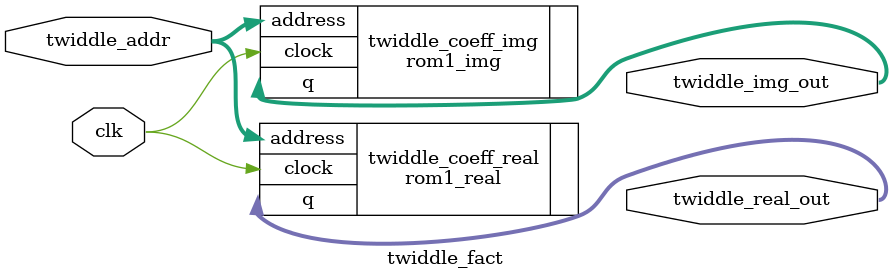
<source format=v>
module twiddle_fact(
	clk,
	twiddle_addr,
	twiddle_real_out,
	twiddle_img_out
);

//Parameters

//Ports definition
input clk;
input [8:0]twiddle_addr;
output [31:0]twiddle_real_out;
output [31:0]twiddle_img_out;

//Private wires


//Private regs

//Private assignments

rom1_real twiddle_coeff_real(
	.address(twiddle_addr),
	.clock(clk),
	.q(twiddle_real_out)
);

rom1_img twiddle_coeff_img(
	.address(twiddle_addr),
	.clock(clk),
	.q(twiddle_img_out)
);


endmodule

</source>
